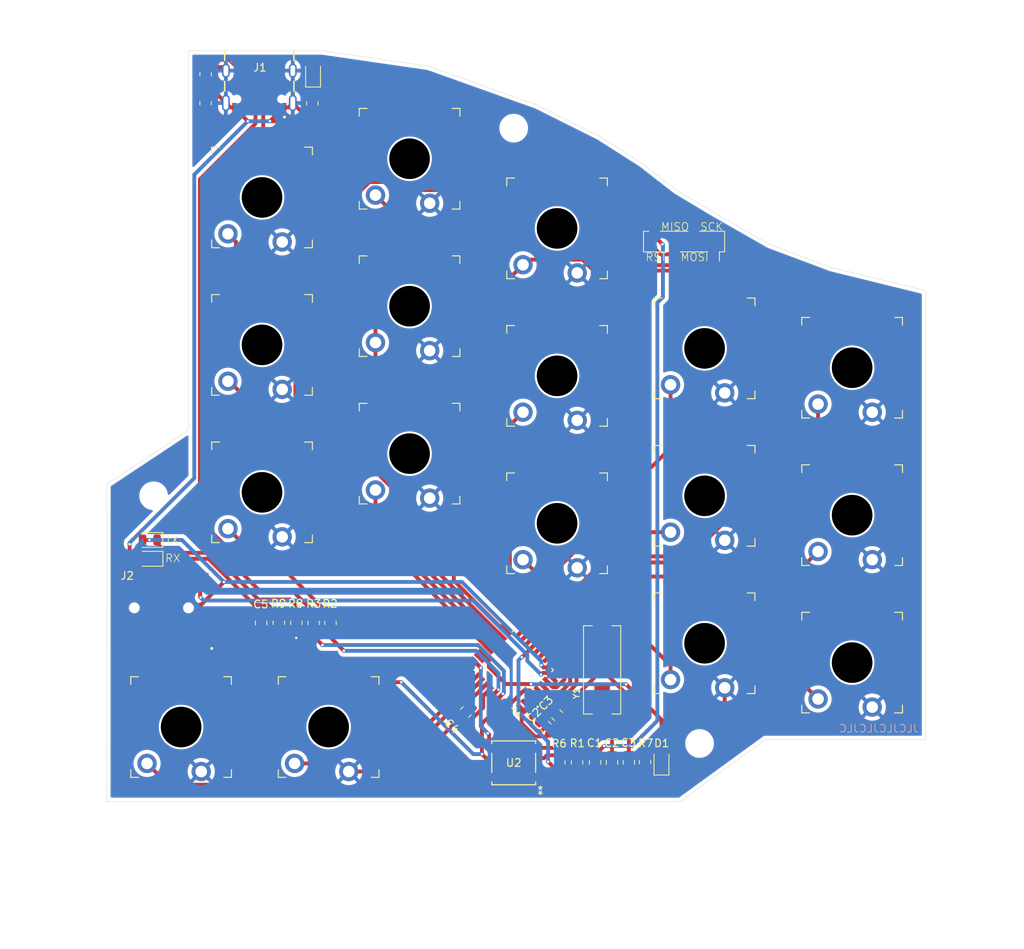
<source format=kicad_pcb>
(kicad_pcb (version 20240108) (generator "pcbnew") (generator_version "8.0")
  (layers (0 "F.Cu" signal) (31 "B.Cu" signal) (34 "B.Paste" user) (35 "F.Paste" user) (36 "B.SilkS" user "B.Silkscreen") (37 "F.SilkS" user "F.Silkscreen") (38 "B.Mask" user) (39 "F.Mask" user) (44 "Edge.Cuts" user))
  (net 0 "")
  (net 1 "GND")
  (net 2 "RST")
  (net 3 "Net-(U1-XTAL1)")
  (net 4 "Net-(U1-PC0{slash}XTAL2)")
  (net 5 "Net-(U1-UCAP)")
  (net 6 "VCC")
  (net 7 "Net-(D1-K)")
  (net 8 "TX")
  (net 9 "Net-(D2-K)")
  (net 10 "Net-(D3-K)")
  (net 11 "RX")
  (net 12 "Net-(D4-K)")
  (net 13 "Net-(J1-CC1)")
  (net 15 "K3")
  (net 16 "K2")
  (net 17 "K4")
  (net 18 "Net-(U1-D+)")
  (net 19 "Net-(U1-D-)")
  (net 20 "K1")
  (net 21 "K5")
  (net 22 "K6")
  (net 23 "K7")
  (net 24 "K8")
  (net 25 "K9")
  (net 26 "K10")
  (net 27 "K11")
  (net 28 "K12")
  (net 29 "K13")
  (net 30 "K14")
  (net 31 "K15")
  (net 32 "K16")
  (net 33 "K17")
  (net 34 "Net-(D1-A)")
  (net 36 "D+")
  (net 37 "D-")
  (net 38 "Net-(J1-CC2)")
  (footprint "LED_SMD:LED_0805_2012Metric" (layer "F.Cu") (at 113.08 140.8875 90)
    (property "Reference" "D1")
    (property "Value" "LED" (hide yes))
  )
  (footprint "Resistor_SMD:R_0805_2012Metric" (layer "F.Cu") (at 99.88 140.94 -90)
    (property "Reference" "R6")
    (property "Value" "10k" (hide yes))
  )
  (footprint "Mech_Keyboard:SW_Gateron_LowProfile_THT_New" (layer "F.Cu") (at 80.55 62.95)
    (property "Reference" "S4" (hide yes))
    (property "Value" "Keyswitch" (hide yes))
  )
  (footprint "Mech_Keyboard:SW_Gateron_LowProfile_THT_New" (layer "F.Cu") (at 99.6 71.95)
    (property "Reference" "S3" (hide yes))
    (property "Value" "Keyswitch" (hide yes))
  )
  (footprint "Resistor_SMD:R_0805_2012Metric" (layer "F.Cu") (at 68 55.81 90)
    (property "Reference" "R10" (hide yes))
    (property "Value" "220" (hide yes))
  )
  (footprint "Capacitor_SMD:C_0805_2012Metric" (layer "F.Cu") (at 106.69 140.95 90)
    (property "Reference" "C2")
    (property "Value" "20pf" (hide yes))
  )
  (footprint "Mech_Keyboard:SMT_FS" (layer "F.Cu") (at 94 141 180)
    (property "Reference" "U2")
    (property "Value" "PTS526 SK15 SMTR2 LFS" (hide yes))
  )
  (footprint "Capacitor_SMD:C_0805_2012Metric" (layer "F.Cu") (at 99.62 134.84 135)
    (property "Reference" "C3")
    (property "Value" "20pf" (hide yes))
  )
  (footprint "Mech_Keyboard:SW_Gateron_LowProfile_THT_New" (layer "F.Cu") (at 118.65 87.45)
    (property "Reference" "S2" (hide yes))
    (property "Value" "Keyswitch" (hide yes))
  )
  (footprint "Mech_Keyboard:GCT_USB4105-GF-A" (layer "F.Cu") (at 61.148967 51.565677 180)
    (property "Reference" "J1")
    (property "Value" "USB4105-GF-A" (hide yes))
  )
  (footprint "Capacitor_SMD:C_0805_2012Metric" (layer "F.Cu") (at 87.81 134.45 45)
    (property "Reference" "C4")
    (property "Value" "1uf" (hide yes))
  )
  (footprint "Mech_Keyboard:SW_Gateron_LowProfile_THT_New" (layer "F.Cu") (at 61.5 87)
    (property "Reference" "S10" (hide yes))
    (property "Value" "Keyswitch" (hide yes))
  )
  (footprint "Package_QFP:TQFP-32_7x7mm_P0.8mm" (layer "F.Cu") (at 94 129 135)
    (property "Reference" "U1" (hide yes))
    (property "Value" "ATmega32U2-A" (hide yes))
  )
  (footprint "Resistor_SMD:R_0805_2012Metric" (layer "F.Cu") (at 65.93 122.9025 90)
    (property "Reference" "R8")
    (property "Value" "220" (hide yes))
  )
  (footprint "Mech_Keyboard:SW_Gateron_LowProfile_THT_New" (layer "F.Cu") (at 61.5 106.05)
    (property "Reference" "S15" (hide yes))
    (property "Value" "Keyswitch" (hide yes))
  )
  (footprint "MountingHole:MountingHole_3.2mm_M3" (layer "F.Cu") (at 47.5 106.5)
    (property "Reference" "REF**" (hide yes))
    (property "Value" "MountingHole_3.2mm_M3" (hide yes))
  )
  (footprint "Capacitor_SMD:C_0805_2012Metric" (layer "F.Cu") (at 98.13 136.34 -45)
    (property "Reference" "C2")
    (property "Value" "20pf" (hide yes))
  )
  (footprint "Mech_Keyboard:SW_Gateron_LowProfile_THT_New" (layer "F.Cu") (at 70.1 136.375)
    (property "Reference" "S16" (hide yes))
    (property "Value" "Keyswitch" (hide yes))
  )
  (footprint "Mech_Keyboard:SW_Gateron_LowProfile_THT_New" (layer "F.Cu") (at 118.65 106.5)
    (property "Reference" "S7" (hide yes))
    (property "Value" "Keyswitch" (hide yes))
  )
  (footprint "Capacitor_SMD:C_0805_2012Metric" (layer "F.Cu") (at 61.39 122.93 -90)
    (property "Reference" "C5")
    (property "Value" "1uf" (hide yes))
  )
  (footprint "Mech_Keyboard:SW_Gateron_LowProfile_THT_New" (layer "F.Cu") (at 137.7 89.95)
    (property "Reference" "S1" (hide yes))
    (property "Value" "Keyswitch" (hide yes))
  )
  (footprint "Connector_PinSocket_2.54mm:PinSocket_1x04_P2.54mm_Vertical_SMD_Pin1Right" (layer "F.Cu") (at 116 73.65 -90)
    (property "Reference" "J3" (hide yes))
    (property "Value" "Conn_01x04_Pin" (hide yes))
  )
  (footprint "Resistor_SMD:R_0805_2012Metric" (layer "F.Cu") (at 70.34 122.9225 -90)
    (property "Reference" "R2")
    (property "Value" "22" (hide yes))
  )
  (footprint "Mech_Keyboard:SW_Gateron_LowProfile_THT_New" (layer "F.Cu") (at 61.5 67.95)
    (property "Reference" "S5" (hide yes))
    (property "Value" "Keyswitch" (hide yes))
  )
  (footprint "Mech_Keyboard:SW_Gateron_LowProfile_THT_New" (layer "F.Cu") (at 137.7 128.05)
    (property "Reference" "S11" (hide yes))
    (property "Value" "Keyswitch" (hide yes))
  )
  (footprint "Resistor_SMD:R_0805_2012Metric" (layer "F.Cu") (at 54.21 55.77 -90)
    (property "Reference" "R4" (hide yes))
    (property "Value" "5.1k" (hide yes))
  )
  (footprint "Resistor_SMD:R_0805_2012Metric" (layer "F.Cu") (at 63.67 122.91 90)
    (property "Reference" "R9")
    (property "Value" "220" (hide yes))
  )
  (footprint "Mech_Keyboard:SW_Gateron_LowProfile_THT_New" (layer "F.Cu") (at 80.55 82)
    (property "Reference" "S9" (hide yes))
    (property "Value" "Keyswitch" (hide yes))
  )
  (footprint "Mech_Keyboard:SW_Gateron_LowProfile_THT_New" (layer "F.Cu") (at 99.6 91)
    (property "Reference" "S8" (hide yes))
    (property "Value" "Keyswitch" (hide yes))
  )
  (footprint "Capacitor_SMD:C_0805_2012Metric" (layer "F.Cu") (at 104.51 140.94 -90)
    (property "Reference" "C1")
    (property "Value" "1uf" (hide yes))
  )
  (footprint "MountingHole:MountingHole_3.2mm_M3" (layer "F.Cu") (at 94 59)
    (property "Reference" "REF**" (hide yes))
    (property "Value" "MountingHole_3.2mm_M3" (hide yes))
  )
  (footprint "Resistor_SMD:R_0805_2012Metric" (layer "F.Cu") (at 68.16 122.9225 -90)
    (property "Reference" "R3")
    (property "Value" "22" (hide yes))
  )
  (footprint "Capacitor_SMD:C_0805_2012Metric" (layer "F.Cu") (at 108.87 140.93 -90)
    (property "Reference" "C3")
    (property "Value" "20pf" (hide yes))
  )
  (footprint "Mech_Keyboard:SW_Gateron_LowProfile_THT_New" (layer "F.Cu") (at 80.55 101.05)
    (property "Reference" "S14" (hide yes))
    (property "Value" "Keyswitch" (hide yes))
  )
  (footprint "Mech_Keyboard:SW_Gateron_LowProfile_THT_New" (layer "F.Cu") (at 137.7 109)
    (property "Reference" "S6" (hide yes))
    (property "Value" "Keyswitch" (hide yes))
  )
  (footprint "LED_SMD:LED_0805_2012Metric" (layer "F.Cu") (at 68.09 52 90)
    (property "Reference" "D4" (hide yes))
    (property "Value" "LED" (hide yes))
  )
  (footprint "Resistor_SMD:R_0805_2012Metric" (layer "F.Cu") (at 54.21 52.03 90)
    (property "Reference" "R5" (hide yes))
    (property "Value" "5.1k" (hide yes))
  )
  (footprint "Mech_Keyboard:SAMESKY_SJ2-3574A-SMT-TR" (layer "F.Cu") (at 48.502018 120.973578 -90)
    (property "Reference" "J2")
    (property "Value" "SJ2-3574A-SMT-TR" (hide yes))
  )
  (footprint "Mech_Keyboard:SW_Gateron_LowProfile_THT_New" (layer "F.Cu") (at 118.65 125.55)
    (property "Reference" "S12" (hide yes))
    (property "Value" "Keyswitch" (hide yes))
  )
  (footprint "Mech_Keyboard:SW_Gateron_LowProfile_THT_New" (layer "F.Cu") (at 99.6 110.05)
    (property "Reference" "S13" (hide yes))
    (property "Value" "Keyswitch" (hide yes))
  )
  (footprint "Mech_Keyboard:SW_Gateron_LowProfile_THT_New" (layer "F.Cu") (at 51.05 136.375)
    (property "Reference" "S17" (hide yes))
    (property "Value" "Keyswitch" (hide yes))
  )
  (footprint "MountingHole:MountingHole_3.2mm_M3" (layer "F.Cu") (at 118 138.5)
    (property "Reference" "REF**" (hide yes))
    (property "Value" "MountingHole_3.2mm_M3" (hide yes))
  )
  (footprint "Resistor_SMD:R_0805_2012Metric" (layer "F.Cu") (at 102.18 140.95 90)
    (property "Reference" "R1")
    (property "Value" "10k" (hide yes))
  )
  (footprint "Mech_Keyboard:XTAL_ECS-160-20-5PX-TR" (layer "F.Cu") (at 105.42 128.99 90)
    (property "Reference" "Y1")
    (property "Value" "16MHz" (hide yes))
  )
  (footprint "Resistor_SMD:R_0805_2012Metric" (layer "F.Cu") (at 110.96 140.9025 90)
    (property "Reference" "R7")
    (property "Value" "220" (hide yes))
  )
  (footprint "LED_SMD:LED_0805_2012Metric" (layer "F.Cu") (at 47.01 112.2 180)
    (property "Reference" "D2" (hide yes))
    (property "Value" "LED" (hide yes))
  )
  (footprint "LED_SMD:LED_0805_2012Metric" (layer "F.Cu") (at 47.01 114.64 180)
    (property "Reference" "D3" (hide yes))
    (property "Value" "LED" (hide yes))
  )
  (gr_poly (pts (xy 126.5 138) (xy 147.2 138) (xy 147.2 109) (xy 147.2 80) (xy 141.1 78.5) (xy 135 77) (xy 127 74) (xy 120 70) (xy 115 67) (xy 110.5 63.5) (xy 105 60) (xy 97 56) (xy 83 51) (xy 69.22 49) (xy 52 49) (xy 52 98) (xy 41.45 105) (xy 41.438296 146) (xy 115.5 146)) (stroke (width 0.05)) (fill none) (layer "Edge.Cuts"))
  (gr_text "JLCJLCJLCJLC" (at 146.368247 137.143795 0) (layer "B.SilkS") (effects (font (size 1 1) (thickness 0.1)) (justify left bottom mirror)))
  (gr_text "RST" (at 110.97 76.25 0) (layer "F.SilkS") (effects (font (size 1 1) (thickness 0.1)) (justify left bottom)))
  (gr_text "SCK" (at 118.03 72.32 0) (layer "F.SilkS") (effects (font (size 1 1) (thickness 0.1)) (justify left bottom)))
  (gr_text "MISO" (at 112.95 72.32 0) (layer "F.SilkS") (effects (font (size 1 1) (thickness 0.1)) (justify left bottom)))
  (gr_text "MOSI" (at 115.49 76.25 0) (layer "F.SilkS") (effects (font (size 1 1) (thickness 0.1)) (justify left bottom)))
  (gr_text "TX" (at 48.95 112.79 0) (layer "F.SilkS") (effects (font (size 1 1) (thickness 0.1)) (justify left bottom)))
  (gr_text "RX" (at 48.94 115.15 0) (layer "F.SilkS") (effects (font (size 1 1) (thickness 0.1)) (justify left bottom)))
  (segment (start 90.711953 131.722361) (end 90.711953 131.698047) (width 0.5) (layer "F.Cu") (net 1))
  (segment (start 57.948967 56.320677) (end 57.403967 56.320677) (width 0.5) (layer "F.Cu") (net 1))
  (segment (start 98.55 133.77) (end 98.948249 134.168249) (width 0.5) (layer "F.Cu") (net 1))
  (segment (start 65.945 123.815) (end 66.18 124.05) (width 0.5) (layer "F.Cu") (net 1))
  (segment (start 97.08 135.29) (end 97.458249 135.668249) (width 0.5) (layer "F.Cu") (net 1))
  (segment (start 54.21 54.8575) (end 55.94079 54.8575) (width 0.5) (layer "F.Cu") (net 1))
  (segment (start 65.468967 51.565677) (end 65.468967 55.745677) (width 0.5) (layer "F.Cu") (net 1))
  (segment (start 87.138249 135.121751) (end 80.135 142.125) (width 0.5) (layer "F.Cu") (net 1))
  (segment (start 96.163732 132.853732) (end 97.08 133.77) (width 0.5) (layer "F.Cu") (net 1))
  (segment (start 65.9225 123.8225) (end 65.93 123.815) (width 0.5) (layer "F.Cu") (net 1))
  (segment (start 80.135 142.125) (end 72.7 142.125) (width 0.5) (layer "F.Cu") (net 1))
  (segment (start 110.885 141.89) (end 110.96 141.815) (width 0.5) (layer "F.Cu") (net 1))
  (segment (start 97.18135 142.8542) (end 103.5458 142.8542) (width 0.5) (layer "F.Cu") (net 1))
  (segment (start 87.138249 135.121751) (end 88.799951 135.121751) (width 0.5) (layer "F.Cu") (net 1))
  (segment (start 57.403967 56.320677) (end 56.828967 55.745677) (width 0.5) (layer "F.Cu") (net 1))
  (segment (start 117.3375 142.7625) (end 121.25 138.85) (width 0.5) (layer "F.Cu") (net 1))
  (segment (start 97.08 133.77) (end 98.55 133.77) (width 0.5) (layer "F.Cu") (net 1))
  (segment (start 55.94079 54.8575) (end 56.828967 55.745677) (width 0.5) (layer "F.Cu") (net 1))
  (segment (start 63.6125 123.88) (end 63.67 123.8225) (width 0.5) (layer "F.Cu") (net 1))
  (segment (start 63.67 123.8225) (end 63.2325 123.8225) (width 0.5) (layer "F.Cu") (net 1))
  (segment (start 54.21 51.1175) (end 56.38079 51.1175) (width 0.5) (layer "F.Cu") (net 1))
  (segment (start 98.665799 134.450699) (end 98.948249 134.168249) (width 0.5) (layer "F.Cu") (net 1))
  (segment (start 66.44579 56.7225) (end 65.468967 55.745677) (width 0.5) (layer "F.Cu") (net 1))
  (segment (start 68 56.7225) (end 66.44579 56.7225) (width 0.5) (layer "F.Cu") (net 1))
  (segment (start 104.68 141.8625) (end 104.215 141.8625) (width 0.5) (layer "F.Cu") (net 1))
  (segment (start 65.93 123.815) (end 65.945 123.815) (width 0.5) (layer "F.Cu") (net 1))
  (segment (start 65.93 124.84) (end 65.91 124.86) (width 0.5) (layer "F.Cu") (net 1))
  (segment (start 63.2325 123.8225) (end 61.39 121.98) (width 0.5) (layer "F.Cu") (net 1))
  (segment (start 90.067499 132.366815) (end 90.711953 131.722361) (width 0.5) (layer "F.Cu") (net 1))
  (segment (start 96.156676 132.853732) (end 96.163732 132.853732) (width 0.5) (layer "F.Cu") (net 1))
  (segment (start 46.502018 117.423578) (end 49.03422 119.95578) (width 0.5) (layer "F.Cu") (net 1))
  (segment (start 65.93 123.815) (end 65.9175 123.8025) (width 0.5) (layer "F.Cu") (net 1))
  (segment (start 103.5458 142.8542) (end 104.51 141.89) (width 0.5) (layer "F.Cu") (net 1))
  (segment (start 64.348967 56.320677) (end 64.893967 56.320677) (width 0.5) (layer "F.Cu") (net 1))
  (segment (start 56.38079 51.1175) (end 56.828967 51.565677) (width 0.5) (layer "F.Cu") (net 1))
  (segment (start 104.51 141.89) (end 110.885 141.89) (width 0.5) (layer "F.Cu") (net 1))
  (segment (start 90.067499 133.854203) (end 90.067499 132.366815) (width 0.5) (layer "F.Cu") (net 1))
  (segment (start 51.05844 121.98) (end 49.03422 119.95578) (width 0.5) (layer "F.Cu") (net 1))
  (segment (start 121.25 138.85) (end 121.25 131.3) (width 0.5) (layer "F.Cu") (net 1))
  (segment (start 88.799951 135.121751) (end 90.067499 133.854203) (width 0.5) (layer "F.Cu") (net 1))
  (segment (start 65.93 123.815) (end 65.93 124.84) (width 0.5) (layer "F.Cu") (net 1))
  (segment (start 97.08 133.77) (end 97.08 135.29) (width 0.5) (layer "F.Cu") (net 1))
  (segment (start 61.39 121.98) (end 51.05844 121.98) (width 0.5) (layer "F.Cu") (net 1))
  (segment (start 64.893967 56.320677) (end 65.468967 55.745677) (width 0.5) (layer "F.Cu") (net 1))
  (segment (start 110.96 141.815) (end 111.9075 142.7625) (width 0.5) (layer "F.Cu") (net 1))
  (segment (start 63.67 123.8225) (end 65.9225 123.8225) (width 0.5) (layer "F.Cu") (net 1))
  (segment (start 90.81865 142.8542) (end 97.18135 142.8542) (width 0.5) (layer "F.Cu") (net 1))
  (segment (start 111.9075 142.7625) (end 117.3375 142.7625) (width 0.5) (layer "F.Cu") (net 1))
  (via (at 97.08 133.77) (size 0.5) (drill 0.3) (layers "F.Cu" "B.Cu") (net 1))
  (via (at 65.91 124.86) (size 0.5) (drill 0.3) (layers "F.Cu" "B.Cu") (net 1))
  (segment (start 90.81865 139.1458) (end 97.18135 139.1458) (width 0.5) (layer "F.Cu") (net 2))
  (segment (start 102.18 140.0375) (end 104.4625 140.0375) (width 0.5) (layer "F.Cu") (net 2))
  (segment (start 89.014897 127.974695) (end 89.014897 127.994897) (width 0.5) (layer "F.Cu") (net 2))
  (segment (start 104.7275 139.99) (end 104.68 140.0375) (width 0.5) (layer "F.Cu") (net 2))
  (segment (start 105.68 138.82) (end 104.51 139.99) (width 0.5) (layer "F.Cu") (net 2))
  (segment (start 90.81865 137.33865) (end 90.66 137.18) (width 0.5) (layer "F.Cu") (net 2))
  (segment (start 104.4625 140.0375) (end 104.51 139.99) (width 0.5) (layer "F.Cu") (net 2))
  (segment (start 97.26215 139.065) (end 101.2075 139.065) (width 0.5) (layer "F.Cu") (net 2))
  (segment (start 89.75 128.73) (end 89.78 128.76) (width 0.5) (layer "F.Cu") (net 2))
  (segment (start 89.014897 127.994897) (end 89.75 128.73) (width 0.5) (layer "F.Cu") (net 2))
  (segment (start 112.19 72.98) (end 113.2 73.99) (width 0.5) (layer "F.Cu") (net 2))
  (segment (start 90.81865 139.1458) (end 90.81865 137.33865) (width 0.5) (layer "F.Cu") (net 2))
  (segment (start 97.18135 139.1458) (end 97.26215 139.065) (width 0.5) (layer "F.Cu") (net 2))
  (segment (start 112.19 72) (end 112.19 72.98) (width 0.5) (layer "F.Cu") (net 2))
  (segment (start 101.2075 139.065) (end 102.18 140.0375) (width 0.5) (layer "F.Cu") (net 2))
  (via (at 90.66 137.18) (size 0.5) (drill 0.3) (layers "F.Cu" "B.Cu") (net 2))
  (via (at 113.2 73.99) (size 0.5) (drill 0.3) (layers "F.Cu" "B.Cu") (net 2))
  (via (at 89.75 128.73) (size 0.5) (drill 0.3) (layers "F.Cu" "B.Cu") (net 2))
  (via (at 105.68 138.82) (size 0.5) (drill 0.3) (layers "F.Cu" "B.Cu") (net 2))
  (segment (start 89.75 128.73) (end 89.75 136.27) (width 0.5) (layer "B.Cu") (net 2))
  (segment (start 105.68 138.82) (end 109.29 138.82) (width 0.5) (layer "B.Cu") (net 2))
  (segment (start 113.27 80.82) (end 113.27 74.06) (width 0.5) (layer "B.Cu") (net 2))
  (segment (start 112.55 81.54) (end 113.27 80.82) (width 0.5) (layer "B.Cu") (net 2))
  (segment (start 113.27 74.06) (end 113.2 73.99) (width 0.5) (layer "B.Cu") (net 2))
  (segment (start 109.29 138.82) (end 112.55 135.56) (width 0.5) (layer "B.Cu") (net 2))
  (segment (start 89.75 136.27) (end 90.66 137.18) (width 0.5) (layer "B.Cu") (net 2))
  (segment (start 112.55 135.56) (end 112.55 81.54) (width 0.5) (layer "B.Cu") (net 2))
  (segment (start 98.801751 137.011751) (end 98.801751 137.001751) (width 0.5) (layer "F.Cu") (net 3))
  (segment (start 95.025305 133.985103) (end 95.025305 135.886957) (width 0.5) (layer "F.Cu") (net 3))
  (segment (start 105.66 133.74) (end 105.42 133.74) (width 0.5) (layer "F.Cu") (net 3))
  (segment (start 106.69 135.01) (end 105.42 133.74) (width 0.5) (layer "F.Cu") (net 3))
  (segment (start 106.69 140) (end 106.69 135.01) (width 0.5) (layer "F.Cu") (net 3))
  (segment (start 102.148249 137.011751) (end 105.42 133.74) (width 0.5) (layer "F.Cu") (net 3))
  (segment (start 105.42 136.23) (end 105.42 133.74) (width 0.5) (layer "F.Cu") (net 3))
  (segment (start 95.025305 135.886957) (end 96.724147 137.585799) (width 0.5) (layer "F.Cu") (net 3))
  (segment (start 96.724147 137.585799) (end 98.227703 137.585799) (width 0.5) (layer "F.Cu") (net 3))
  (segment (start 98.227703 137.585799) (end 98.801751 137.011751) (width 0.5) (layer "F.Cu") (net 3))
  (segment (start 98.801751 137.011751) (end 102.148249 137.011751) (width 0.5) (layer "F.Cu") (net 3))
  (segment (start 105.42 128.4999) (end 105.42 127.64) (width 0.5) (layer "F.Cu") (net 4))
  (segment (start 105.42 124.24) (end 105.42 127.64) (width 0.5) (layer "F.Cu") (net 4))
  (segment (start 100.291751 135.511751) (end 98.958251 135.511751) (width 0.5) (layer "F.Cu") (net 4))
  (segment (start 97.014097 136.885799) (end 97.584199 136.885799) (width 0.5) (layer "F.Cu") (net 4))
  (segment (start 96.235445 136.107147) (end 97.014097 136.885799) (width 0.5) (layer "F.Cu") (net 4))
  (segment (start 96.235445 134.063872) (end 96.235445 136.107147) (width 0.5) (layer "F.Cu") (net 4))
  (segment (start 108.72 132.29) (end 105.42 128.99) (width 0.5) (layer "F.Cu") (net 4))
  (segment (start 105.42 127.64) (end 105.42 128.85) (width 0.5) (layer "F.Cu") (net 4))
  (segment (start 100.291751 134.118249) (end 105.42 128.99) (width 0.5) (layer "F.Cu") (net 4))
  (segment (start 108.87 139.98) (end 108.87 132.44) (width 0.5) (layer "F.Cu") (net 4))
  (segment (start 105.42 128.99) (end 105.42 124.24) (width 0.5) (layer "F.Cu") (net 4))
  (segment (start 100.291751 135.511751) (end 100.291751 134.118249) (width 0.5) (layer "F.Cu") (net 4))
  (segment (start 95.59099 133.419417) (end 96.235445 134.063872) (width 0.5) (layer "F.Cu") (net 4))
  (segment (start 97.584199 136.885799) (end 98.424999 136.044999) (width 0.5) (layer "F.Cu") (net 4))
  (segment (start 98.958251 135.511751) (end 98.425001 136.045001) (width 0.5) (layer "F.Cu") (net 4))
  (segment (start 108.87 132.44) (end 108.72 132.29) (width 0.5) (layer "F.Cu") (net 4))
  (segment (start 88.481751 133.778249) (end 88.481751 132.821193) (width 0.5) (layer "F.Cu") (net 5))
  (segment (start 88.481751 132.821193) (end 90.146268 131.156676) (width 0.5) (layer "F.Cu") (net 5))
  (segment (start 92.40901 133.419417) (end 92.40901 133.419418) (width 0.5) (layer "F.Cu") (net 6))
  (segment (start 99.88 140.0275) (end 98.27255 140.0275) (width 0.5) (layer "F.Cu") (net 6))
  (segment (start 44.4 118.47156) (end 50.352018 124.423578) (width 0.5) (layer "F.Cu") (net 6))
  (segment (start 55.002018 124.423578) (end 60.846422 124.423578) (width 0.5) (layer "F.Cu") (net 6))
  (segment (start 97.90005 140.4) (end 90.4172 140.4) (width 0.5) (layer "F.Cu") (net 6))
  (segment (start 63.548967 57.071033) (end 63.548967 56.320677) (width 0.5) (layer "F.Cu") (net 6))
  (segment (start 102.18 141.8625) (end 101.715 141.8625) (width 0.5) (layer "F.Cu") (net 6))
  (segment (start 62.52 58.1) (end 68.331878 58.1) (width 0.5) (layer "F.Cu") (net 6))
  (segment (start 60.846422 124.423578) (end 61.39 123.88) (width 0.5) (layer "F.Cu") (net 6))
  (segment (start 96.722361 132.288047) (end 96.077906 131.643592) (width 0.5) (layer "F.Cu") (net 6))
  (segment (start 50.352018 124.423578) (end 55.002018 124.423578) (width 0.5) (layer "F.Cu") (net 6))
  (segment (start 92.40901 133.419418) (end 92.974695 133.985103) (width 0.5) (layer "F.Cu") (net 6))
  (segment (start 69.24 52.2125) (end 68.09 51.0625) (width 0.5) (layer "F.Cu") (net 6))
  (segment (start 63.548967 56.320677) (end 63.363967 56.135677) (width 0.2) (layer "F.Cu") (net 6))
  (segment (start 58.748967 57.188967) (end 59.66 58.1) (width 0.5) (layer "F.Cu") (net 6))
  (segment (start 69.24 57.191878) (end 69.24 52.2125) (width 0.5) (layer "F.Cu") (net 6))
  (segment (start 58.748967 56.320677) (end 58.748967 57.188967) (width 0.5) (layer "F.Cu") (net 6))
  (segment (start 61.15844 130.58) (end 79.49 130.58) (width 0.5) (layer "F.Cu") (net 6))
  (segment (start 44.4 112.75) (end 44.4 118.47156) (width 0.5) (layer "F.Cu") (net 6))
  (segment (start 55.002018 124.423578) (end 61.15844 130.58) (width 0.5) (layer "F.Cu") (net 6))
  (segment (start 89.8924 135.936027) (end 92.40901 133.419417) (width 0.5) (layer "F.Cu") (net 6))
  (segment (start 101.9775 141.8525) (end 102.38 141.8525) (width 0.5) (layer "F.Cu") (net 6))
  (segment (start 62.52 58.1) (end 63.548967 57.071033) (width 0.5) (layer "F.Cu") (net 6))
  (segment (start 98.27255 140.0275) (end 97.90005 140.4) (width 0.5) (layer "F.Cu") (net 6))
  (segment (start 95.316206 131.643592) (end 92.974695 133.985103) (width 0.5) (layer "F.Cu") (net 6))
  (segment (start 68.331878 58.1) (end 69.24 57.191878) (width 0.5) (layer "F.Cu") (net 6))
  (segment (start 96.077906 131.643592) (end 95.316206 131.643592) (width 0.5) (layer "F.Cu") (net 6))
  (segment (start 90.4172 140.4) (end 89.8924 139.8752) (width 0.5) (layer "F.Cu") (net 6))
  (segment (start 101.715 141.8625) (end 99.88 140.0275) (width 0.5) (layer "F.Cu") (net 6))
  (segment (start 89.8924 139.8752) (end 89.8924 135.936027) (width 0.5) (layer "F.Cu") (net 6))
  (via (at 79.49 130.58) (size 0.5) (drill 0.3) (layers "F.Cu" "B.Cu") (net 6))
  (via (at 44.4 112.75) (size 0.5) (drill 0.3) (layers "F.Cu" "B.Cu") (net 6))
  (via (at 89.8924 139.8752) (size 0.5) (drill 0.3) (layers "F.Cu" "B.Cu") (net 6))
  (via (at 59.66 58.1) (size 0.5) (drill 0.3) (layers "F.Cu" "B.Cu") (net 6))
  (via (at 62.52 58.1) (size 0.5) (drill 0.3) (layers "F.Cu" "B.Cu") (net 6))
  (segment (start 44.4 112.75) (end 44.4 112.569848) (width 0.5) (layer "B.Cu") (net 6))
  (segment (start 88.7852 139.8752) (end 79.49 130.58) (width 0.5) (layer "B.Cu") (net 6))
  (segment (start 59.66 58.1) (end 62.52 58.1) (width 0.5) (layer "B.Cu") (net 6))
  (segment (start 89.8924 139.8752) (end 88.7852 139.8752) (width 0.5) (layer "B.Cu") (net 6))
  (segment (start 52.75 104.219848) (end 52.75 65.01) (width 0.5) (layer "B.Cu") (net 6))
  (segment (start 44.4 112.569848) (end 52.75 104.219848) (width 0.5) (layer "B.Cu") (net 6))
  (segment (start 52.75 65.01) (end 59.66 58.1) (width 0.5) (layer "B.Cu") (net 6))
  (segment (start 112.795 141.825) (end 110.96 139.99) (width 0.5) (layer "F.Cu") (net 7))
  (segment (start 113.385 141.89) (end 113.46 141.815) (width 0.5) (layer "F.Cu") (net 7))
  (segment (start 113.08 141.825) (end 112.795 141.825) (width 0.5) (layer "F.Cu") (net 7))
  (segment (start 53.629925 120.580075) (end 52.952018 120.580075) (width 0.5) (layer "F.Cu") (net 8))
  (segment (start 49.795521 117.423578) (end 49.502018 117.423578) (width 0.5) (layer "F.Cu") (net 8))
  (segment (start 46.96 112.21) (end 46.0825 112.21) (width 0.5) (layer "F.Cu") (net 8))
  (segment (start 46.0825 112.21) (end 46.0725 112.2) (width 0.5) (layer "F.Cu") (net 8))
  (segment (start 98.985103 127.974695) (end 98.278948 128.68085) (width 0.5) (layer "F.Cu") (net 8))
  (segment (start 56.58 117.63) (end 53.629925 120.580075) (width 0.5) (layer "F.Cu") (net 8))
  (segment (start 97.87085 128.68085) (end 97.58 128.39) (width 0.5) (layer "F.Cu") (net 8))
  (segment (start 52.952018 120.580075) (end 49.795521 117.423578) (width 0.5) (layer "F.Cu") (net 8))
  (segment (start 98.278948 128.68085) (end 97.87085 128.68085) (width 0.5) (layer "F.Cu") (net 8))
  (via (at 56.58 117.63) (size 0.5) (drill 0.3) (layers "F.Cu" "B.Cu") (net 8))
  (via (at 97.58 128.39) (size 0.5) (drill 0.3) (layers "F.Cu" "B.Cu") (net 8))
  (via (at 46.96 112.21) (size 0.5) (drill 0.3) (layers "F.Cu" "B.Cu") (net 8))
  (segment (start 56.58 117.63) (end 87.309602 117.63) (width 0.5) (layer "B.Cu") (net 8))
  (segment (start 56.58 117.63) (end 51.16 112.21) (width 0.5) (layer "B.Cu") (net 8))
  (segment (start 87.309602 117.63) (end 97.58 127.900398) (width 0.5) (layer "B.Cu") (net 8))
  (segment (start 97.58 127.900398) (end 97.58 128.39) (width 0.5) (layer "B.Cu") (net 8))
  (segment (start 51.16 112.21) (end 46.96 112.21) (width 0.5) (layer "B.Cu") (net 8))
  (segment (start 65.93 121.99) (end 65.93 120.74) (width 0.5) (layer "F.Cu") (net 9))
  (segment (start 55.01 113.87) (end 49.17 113.87) (width 0.5) (layer "F.Cu") (net 9))
  (segment (start 65.93 120.74) (end 65.08 119.89) (width 0.5) (layer "F.Cu") (net 9))
  (segment (start 65.08 119.89) (end 61.03 119.89) (width 0.5) (layer "F.Cu") (net 9))
  (segment (start 49.17 113.87) (end 47.9475 112.6475) (width 0.5) (layer "F.Cu") (net 9))
  (segment (start 65.93 121.99) (end 65.381878 121.99) (width 0.5) (layer "F.Cu") (net 9))
  (segment (start 61.03 119.89) (end 55.01 113.87) (width 0.5) (layer "F.Cu") (net 9))
  (segment (start 47.9475 112.6475) (end 47.9475 112.2) (width 0.5) (layer "F.Cu") (net 9))
  (segment (start 47.9475 114.64) (end 54.57995 114.64) (width 0.5) (layer "F.Cu") (net 10))
  (segment (start 60.5 120.59) (end 62.2625 120.59) (width 0.5) (layer "F.Cu") (net 10))
  (segment (start 57.28 117.34005) (end 57.28 117.37) (width 0.5) (layer "F.Cu") (net 10))
  (segment (start 54.57995 114.64) (end 57.28 117.34005) (width 0.5) (layer "F.Cu") (net 10))
  (segment (start 62.2625 120.59) (end 63.67 121.9975) (width 0.5) (layer "F.Cu") (net 10))
  (segment (start 57.28 117.37) (end 60.5 120.59) (width 0.5) (layer "F.Cu") (net 10))
  (segment (start 53.502018 117.623578) (end 53.502018 119.562018) (width 0.5) (layer "F.Cu") (net 11))
  (segment (start 53.50844 117.63) (end 53.502018 117.623578) (width 0.5) (layer "F.Cu") (net 11))
  (segment (start 98.340648 129.38085) (end 97.76915 129.38085) (width 0.5) (layer "F.Cu") (net 11))
  (segment (start 53.502018 117.623578) (end 51.702018 115.823578) (width 0.5) (layer "F.Cu") (net 11))
  (segment (start 51.702018 115.823578) (end 47.256078 115.823578) (width 0.5) (layer "F.Cu") (net 11))
  (segment (start 98.985103 130.025305) (end 98.340648 129.38085) (width 0.5) (layer "F.Cu") (net 11))
  (segment (start 97.76915 129.38085) (end 97.54 129.61) (width 0.5) (layer "F.Cu") (net 11))
  (segment (start 47.256078 115.823578) (end 46.0725 114.64) (width 0.5) (layer "F.Cu") (net 11))
  (segment (start 53.502018 119.562018) (end 53.58 119.64) (width 0.5) (layer "F.Cu") (net 11))
  (via (at 53.58 119.64) (size 0.5) (drill 0.3) (layers "F.Cu" "B.Cu") (net 11))
  (via (at 97.54 129.61) (size 0.5) (drill 0.3) (layers "F.Cu" "B.Cu") (net 11))
  (segment (start 95.749702 127.06005) (end 95.749702 127.819702) (width 0.5) (layer "B.Cu") (net 11))
  (segment (start 53.963578 120.023578) (end 88.71323 120.023578) (width 0.5) (layer "B.Cu") (net 11))
  (segment (start 53.58 119.64) (end 53.963578 120.023578) (width 0.5) (layer "B.Cu") (net 11))
  (segment (start 95.749702 127.819702) (end 97.54 129.61) (width 0.5) (layer "B.Cu") (net 11))
  (segment (start 88.71323 120.023578) (end 95.749702 127.06005) (width 0.5) (layer "B.Cu") (net 11))
  (segment (start 68.09 52.9375) (end 68.09 54.8075) (width 0.5) (layer "F.Cu") (net 12))
  (segment (start 68.09 54.8075) (end 68 54.8975) (width 0.5) (layer "F.Cu") (net 12))
  (segment (start 62.398967 55.495677) (end 62.398967 56.320677) (width 0.2) (layer "F.Cu") (net 13))
  (segment (start 53.525256 50.305) (end 57.20829 50.305) (width 0.2) (layer "F.Cu") (net 13))
  (segment (start 54.21 56.6825) (end 53.21 55.6825) (width 0.2) (layer "F.Cu") (net 13))
  (segment (start 57.20829 50.305) (end 62.398967 55.495677) (width 0.2) (layer "F.Cu") (net 13))
  (segment (start 53.21 50.620256) (end 53.525256 50.305) (width 0.2) (layer "F.Cu") (net 13))
  (segment (start 53.21 55.6825) (end 53.21 50.620256) (width 0.2) (layer "F.Cu") (net 13))
  (segment (start 89.85 116.63005) (end 96.288478 123.068528) (width 0.5) (layer "F.Cu") (net 15))
  (segment (start 104.304164 77.4) (end 102.894164 75.99) (width 0.5) (layer "F.Cu") (net 15))
  (segment (start 95.2 76.65) (end 89.85 82) (width 0.5) (layer "F.Cu") (net 15))
  (segment (start 96.288478 123.068528) (end 96.288478 123.883095) (width 0.5) (layer "F.Cu") (net 15))
  (segment (start 119.81 75.3) (end 117.71 77.4) (width 0.5) (layer "F.Cu") (net 15))
  (segment (start 89.85 82) (end 89.85 116.63005) (width 0.5) (layer "F.Cu") (net 15))
  (segment (start 117.71 77.4) (end 104.304164 77.4) (width 0.5) (layer "F.Cu") (net 15))
  (segment (start 96.288478 123.883095) (end 95.59099 124.580583) (width 0.5) (layer "F.Cu") (net 15))
  (segment (start 102.894164 75.99) (end 95.86 75.99) (width 0.5) (layer "F.Cu") (net 15))
  (segment (start 95.86 75.99) (end 95.2 76.65) (width 0.5) (layer "F.Cu") (net 15))
  (segment (start 114.25 92.15) (end 114.25 100.32) (width 0.5) (layer "F.Cu") (net 16))
  (segment (start 98.388478 116.181522) (end 98.388478 125.177208) (width 0.5) (layer "F.Cu") (net 16))
  (segment (start 114.25 100.32) (end 98.388478 116.181522) (width 0.5) (layer "F.Cu") (net 16))
  (segment (start 98.388478 125.177208) (end 97.288047 126.277639) (width 0.5) (layer "F.Cu") (net 16))
  (segment (start 117.27 75.11) (end 115.68 76.7) (width 0.5) (layer "F.Cu") (net 17))
  (segment (start 88.13 79.63) (end 88.13 115.9) (width 0.5) (layer "F.Cu") (net 17))
  (segment (start 88.13 78.92) (end 88.13 79.63) (width 0.5) (layer "F.Cu") (net 17))
  (segment (start 100.889417 68.82) (end 98.23 68.82) (width 0.5) (layer "F.Cu") (net 17))
  (segment (start 108.769417 76.7) (end 100.889417 68.82) (width 0.5) (layer "F.Cu") (net 17))
  (segment (start 115.68 76.7) (end 108.769417 76.7) (width 0.5) (layer "F.Cu") (net 17))
  (segment (start 88.13 115.9) (end 95.025305 122.795305) (width 0.5) (layer "F.Cu") (net 17))
  (segment (start 98.23 68.82) (end 88.13 78.92) (width 0.5) (layer "F.Cu") (net 17))
  (segment (start 117.27 72) (end 117.27 75.11) (width 0.5) (layer "F.Cu") (net 17))
  (segment (start 95.025305 122.795305) (end 95.025305 124.014897) (width 0.5) (layer "F.Cu") (net 17))
  (segment (start 76.15 67.65) (end 88.13 79.63) (width 0.5) (layer "F.Cu") (net 17))
  (segment (start 70.34 124.8) (end 72.07 126.53) (width 0.5) (layer "F.Cu") (net 18))
  (segment (start 91.277639 132.288047) (end 91.93 131.635686) (width 0.5) (layer "F.Cu") (net 18))
  (segment (start 91.93 131.635686) (end 91.93 131.63) (width 0.5) (layer "F.Cu") (net 18))
  (segment (start 91.93 131.63) (end 92.03 131.53) (width 0.5) (layer "F.Cu") (net 18))
  (segment (start 70.34 123.835) (end 70.34 124.8) (width 0.5) (layer "F.Cu") (net 18))
  (via (at 72.07 126.53) (size 0.5) (drill 0.3) (layers "F.Cu" "B.Cu") (net 18))
  (via (at 92.03 131.53) (size 0.5) (drill 0.3) (layers "F.Cu" "B.Cu") (net 18))
  (segment (start 92.03 131.53) (end 92.03 129.41) (width 0.5) (layer "B.Cu") (net 18))
  (segment (start 89.15 126.53) (end 72.07 126.53) (width 0.5) (layer "B.Cu") (net 18))
  (segment (start 92.03 129.41) (end 89.15 126.53) (width 0.5) (layer "B.Cu") (net 18))
  (segment (start 68.16 123.835) (end 68.16 124.64) (width 0.5) (layer "F.Cu") (net 19))
  (segment (start 68.16 124.64) (end 69.3 125.78) (width 0.5) (layer "F.Cu") (net 19))
  (segment (start 91.843324 132.853732) (end 91.843324 132.826676) (width 0.5) (layer "F.Cu") (net 19))
  (segment (start 91.843324 132.826676) (end 92.6 132.07) (width 0.5) (layer "F.Cu") (net 19))
  (via (at 69.3 125.78) (size 0.5) (drill 0.3) (layers "F.Cu" "B.Cu") (net 19))
  (via (at 92.6 132.07) (size 0.5) (drill 0.3) (layers "F.Cu" "B.Cu") (net 19))
  (segment (start 92.73 131.94) (end 92.6 132.07) (width 0.5) (layer "B.Cu") (net 19))
  (segment (start 92.73 129.12005) (end 92.73 131.94) (width 0.5) (layer "B.Cu") (net 19))
  (segment (start 89.38995 125.78) (end 92.73 129.12005) (width 0.5) (layer "B.Cu") (net 19))
  (segment (start 69.3 125.78) (end 89.38995 125.78) (width 0.5) (layer "B.Cu") (net 19))
  (segment (start 133.3 94.65) (end 133.3 97.795836) (width 0.5) (layer "F.Cu") (net 20))
  (segment (start 133.3 97.795836) (end 116.765836 114.33) (width 0.5) (layer "F.Cu") (net 20))
  (segment (start 106.21 114.33) (end 99.788478 120.751522) (width 0.5) (layer "F.Cu") (net 20))
  (segment (start 99.788478 126.039949) (end 98.419417 127.40901) (width 0.5) (layer "F.Cu") (net 20))
  (segment (start 99.788478 120.751522) (end 99.788478 126.039949) (width 0.5) (layer "F.Cu") (net 20))
  (segment (start 116.765836 114.33) (end 106.21 114.33) (width 0.5) (layer "F.Cu") (net 20))
  (segment (start 65.8 86.880583) (end 65.8 99.102944) (width 0.5) (layer "F.Cu") (net 21))
  (segment (start 65.8 99.102944) (end 91.843324 125.146268) (width 0.5) (layer "F.Cu") (net 21))
  (segment (start 58.13 79.210583) (end 65.8 86.880583) (width 0.5) (layer "F.Cu") (net 21))
  (segment (start 58.13 73.68) (end 58.13 79.210583) (width 0.5) (layer "F.Cu") (net 21))
  (segment (start 57.1 72.65) (end 58.13 73.68) (width 0.5) (layer "F.Cu") (net 21))
  (segment (start 100.55 130.228176) (end 100.55 120.97995) (width 0.5) (layer "F.Cu") (net 22))
  (segment (start 100.55 120.97995) (end 106.41995 115.11) (width 0.5) (layer "F.Cu") (net 22))
  (segment (start 106.41995 115.11) (end 131.89 115.11) (width 0.5) (layer "F.Cu") (net 22))
  (segment (start 131.89 115.11) (end 133.3 113.7) (width 0.5) (layer "F.Cu") (net 22))
  (segment (start 99.063872 131.235445) (end 99.542731 131.235445) (width 0.5) (layer "F.Cu") (net 22))
  (segment (start 98.419417 130.59099) (end 99.063872 131.235445) (width 0.5) (layer "F.Cu") (net 22))
  (segment (start 99.542731 131.235445) (end 100.55 130.228176) (width 0.5) (layer "F.Cu") (net 22))
  (segment (start 99.088478 125.502514) (end 97.620992 126.97) (width 0.5) (layer "F.Cu") (net 23))
  (segment (start 114.25 111.2) (end 104.37 111.2) (width 0.5) (layer "F.Cu") (net 23))
  (segment (start 104.37 111.2) (end 99.088478 116.481522) (width 0.5) (layer "F.Cu") (net 23))
  (segment (start 99.088478 116.481522) (end 99.088478 125.502514) (width 0.5) (layer "F.Cu") (net 23))
  (segment (start 93.5 97.4) (end 93.5 119.2901) (width 0.5) (layer "F.Cu") (net 24))
  (segment (start 96.988478 124.314466) (end 96.156676 125.146268) (width 0.5) (layer "F.Cu") (net 24))
  (segment (start 93.5 119.2901) (end 96.988478 122.778578) (width 0.5) (layer "F.Cu") (net 24))
  (segment (start 96.988478 122.778578) (end 96.988478 124.314466) (width 0.5) (layer "F.Cu") (net 24))
  (segment (start 95.2 95.7) (end 93.5 97.4) (width 0.5) (layer "F.Cu") (net 24))
  (segment (start 92.330241 123.370443) (end 92.974695 124.014897) (width 0.5) (layer "F.Cu") (net 25))
  (segment (start 112.95 75.3) (end 101.92 64.27) (width 0.5) (layer "F.Cu") (net 25))
  (segment (start 71.87 69.45) (end 71.87 80.2) (width 0.5) (layer "F.Cu") (net 25))
  (segment (start 76.15 86.7) (end 76.15 103.345836) (width 0.5) (layer "F.Cu") (net 25))
  (segment (start 114.73 75.3) (end 112.95 75.3) (width 0.5) (layer "F.Cu") (net 25))
  (segment (start 86.264189 113.460025) (end 86.264189 117.445812) (width 0.5) (layer "F.Cu") (net 25))
  (segment (start 92.960583 64.27) (end 90.230583 67) (width 0.5) (layer "F.Cu") (net 25))
  (segment (start 78.77 67) (end 77.72 65.95) (width 0.5) (layer "F.Cu") (net 25))
  (segment (start 92.18882 123.370443) (end 92.330241 123.370443) (width 0.5) (layer "F.Cu") (net 25))
  (segment (start 76.15 84.48) (end 76.15 86.7) (width 0.5) (layer "F.Cu") (net 25))
  (segment (start 90.230583 67) (end 78.77 67) (width 0.5) (layer "F.Cu") (net 25))
  (segment (start 86.264189 117.445812) (end 92.18882 123.370443) (width 0.5) (layer "F.Cu") (net 25))
  (segment (start 75.37 65.95) (end 71.87 69.45) (width 0.5) (layer "F.Cu") (net 25))
  (segment (start 101.92 64.27) (end 92.960583 64.27) (width 0.5) (layer "F.Cu") (net 25))
  (segment (start 76.15 103.345836) (end 86.264189 113.460025) (width 0.5) (layer "F.Cu") (net 25))
  (segment (start 77.72 65.95) (end 75.37 65.95) (width 0.5) (layer "F.Cu") (net 25))
  (segment (start 71.87 80.2) (end 76.15 84.48) (width 0.5) (layer "F.Cu") (net 25))
  (segment (start 57.1 91.7) (end 57.265686 91.7) (width 0.5) (layer "F.Cu") (net 26))
  (segment (start 57.265686 91.7) (end 91.277639 125.711953) (width 0.5) (layer "F.Cu") (net 26))
  (segment (start 97.853732 131.156676) (end 98.632501 131.935445) (width 0.5) (layer "F.Cu") (net 27))
  (segment (start 101.29 130.65) (end 101.29 121.25) (width 0.5) (layer "F.Cu") (net 27))
  (segment (start 105.61 116.93) (end 117.48 116.93) (width 0.5) (layer "F.Cu") (net 27))
  (segment (start 101.29 121.25) (end 105.61 116.93) (width 0.5) (layer "F.Cu") (net 27))
  (segment (start 100.004555 131.935445) (end 101.29 130.65) (width 0.5) (layer "F.Cu") (net 27))
  (segment (start 117.48 116.93) (end 133.3 132.75) (width 0.5) (layer "F.Cu") (net 27))
  (segment (start 98.632501 131.935445) (end 100.004555 131.935445) (width 0.5) (layer "F.Cu") (net 27))
  (segment (start 114.25 128.42) (end 114.25 130.25) (width 0.5) (layer "F.Cu") (net 28))
  (segment (start 103.42 120.3) (end 106.13 120.3) (width 0.5) (layer "F.Cu") (net 28))
  (segment (start 106.13 120.3) (end 114.25 128.42) (width 0.5) (layer "F.Cu") (net 28))
  (segment (start 100.294505 132.635445) (end 102.12 130.80995) (width 0.5) (layer "F.Cu") (net 28))
  (segment (start 102.12 121.6) (end 103.42 120.3) (width 0.5) (layer "F.Cu") (net 28))
  (segment (start 97.288047 131.722361) (end 98.201131 132.635445) (width 0.5) (layer "F.Cu") (net 28))
  (segment (start 98.201131 132.635445) (end 100.294505 132.635445) (width 0.5) (layer "F.Cu") (net 28))
  (segment (start 102.12 130.80995) (end 102.12 121.6) (width 0.5) (layer "F.Cu") (net 28))
  (segment (start 97.688478 124.745836) (end 96.722361 125.711953) (width 0.5) (layer "F.Cu") (net 29))
  (segment (start 95.084314 127.35) (end 96.722361 125.711953) (width 0.5) (layer "F.Cu") (net 29))
  (segment (start 99.4425 141.8525) (end 98.44 140.85) (width 0.5) (layer "F.Cu") (net 29))
  (segment (start 97.688478 117.238478) (end 97.688478 124.745836) (width 0.5) (layer "F.Cu") (net 29))
  (segment (start 99.88 141.8525) (end 99.4425 141.8525) (width 0.5) (layer "F.Cu") (net 29))
  (segment (start 95.049702 127.35) (end 95.084314 127.35) (width 0.5) (layer "F.Cu") (net 29))
  (segment (start 95.2 114.75) (end 97.688478 117.238478) (width 0.5) (layer "F.Cu") (net 29))
  (via (at 98.44 140.85) (size 0.5) (drill 0.3) (layers "F.Cu" "B.Cu") (net 29))
  (via (at 95.049702 127.35) (size 0.5) (drill 0.3) (layers "F.Cu" "B.Cu") (net 29))
  (segment (start 98.44 140.85) (end 98.44 138.27) (width 0.5) (layer "B.Cu") (net 29))
  (segment (start 94.62 127.76005) (end 95.03005 127.35) (width 0.5) (layer "B.Cu") (net 29))
  (segment (start 98.44 138.27) (end 94.62 134.45) (width 0.5) (layer "B.Cu") (net 29))
  (segment (start 94.62 134.45) (end 94.62 127.76005) (width 0.5) (layer "B.Cu") (net 29))
  (segment (start 95.03005 127.35) (end 95.049702 127.35) (width 0.5) (layer "B.Cu") (net 29))
  (segment (start 76.15 105.75) (end 76.15 108.321573) (width 0.5) (layer "F.Cu") (net 30))
  (segment (start 76.15 108.321573) (end 92.40901 124.580583) (width 0.5) (layer "F.Cu") (net 30))
  (segment (start 57.1 110.75) (end 60.75 114.4) (width 0.5) (layer "F.Cu") (net 31))
  (segment (start 60.75 114.4) (end 78.834314 114.4) (width 0.5) (layer "F.Cu") (net 31))
  (segment (start 78.834314 114.4) (end 90.711953 126.277639) (width 0.5) (layer "F.Cu") (net 31))
  (segment (start 69.875 141.075) (end 72.02 138.93) (width 0.5) (layer "F.Cu") (net 32))
  (segment (start 65.7 141.075) (end 69.875 141.075) (width 0.5) (layer "F.Cu") (net 32))
  (segment (start 88.904695 130.025305) (end 89.014897 130.025305) (width 0.5) (layer "F.Cu") (net 32))
  (segment (start 80 138.93) (end 88.904695 130.025305) (width 0.5) (layer "F.Cu") (net 32))
  (segment (start 72.02 138.93) (end 80 138.93) (width 0.5) (layer "F.Cu") (net 32))
  (segment (start 46.65 141.075) (end 49.4 143.825) (width 0.5) (layer "F.Cu") (net 33))
  (segment (start 80.341573 139.83) (end 89.580583 130.59099) (width 0.5) (layer "F.Cu") (net 33))
  (segment (start 72.10995 139.83) (end 80.341573 139.83) (width 0.5) (layer "F.Cu") (net 33))
  (segment (start 68.11495 143.825) (end 72.10995 139.83) (width 0.5) (layer "F.Cu") (net 33))
  (segment (start 49.4 143.825) (end 68.11495 143.825) (width 0.5) (layer "F.Cu") (net 33))
  (segment (start 108.51 130.85) (end 113.08 135.42) (width 0.5) (layer "F.Cu") (net 34))
  (segment (start 113.08 135.42) (end 113.08 139.95) (width 0.5) (layer "F.Cu") (net 34))
  (segment (start 90.790723 128.610723) (end 90.790723 127.487779) (width 0.5) (layer "F.Cu") (net 34))
  (segment (start 90.790723 127.487779) (end 90.146268 126.843324) (width 0.5) (layer "F.Cu") (net 34))
  (segment (start 93 130.82) (end 90.790723 128.610723) (width 0.5) (layer "F.Cu") (net 34))
  (segment (start 96.24 130.82) (end 93 130.82) (width 0.5) (layer "F.Cu") (net 34))
  (via (at 108.51 130.85) (size 0.5) (drill 0.3) (layers "F.Cu" "B.Cu") (net 34))
  (via (at 96.24 130.82) (size 0.5) (drill 0.3) (layers "F.Cu" "B.Cu") (net 34))
  (segment (start 107.53 130.84) (end 96.26 130.84) (width 0.5) (layer "B.Cu") (net 34))
  (segment (start 108.51 130.85) (end 107.54 130.85) (width 0.5) (layer "B.Cu") (net 34))
  (segment (start 107.54 130.85) (end 107.53 130.84) (width 0.5) (layer "B.Cu") (net 34))
  (segment (start 96.26 130.84) (end 96.24 130.82) (width 0.5) (layer "B.Cu") (net 34))
  (segment (start 61.65 61) (end 61.65 56.320677) (width 0.5) (layer "F.Cu") (net 36))
  (segment (start 55.04 67.61) (end 61.65 61) (width 0.5) (layer "F.Cu") (net 36))
  (segment (start 61.398967 56.320677) (end 61.898967 56.320677) (width 0.2) (layer "F.Cu") (net 36))
  (segment (start 55.04 111.23) (end 55.04 67.61) (width 0.5) (layer "F.Cu") (net 36))
  (segment (start 63.49 115.16) (end 58.97 115.16) (width 0.5) (layer "F.Cu") (net 36))
  (segment (start 70.34 122.01) (end 63.49 115.16) (width 0.5) (layer "F.Cu") (net 36))
  (segment (start 58.97 115.16) (end 55.04 111.23) (width 0.5) (layer "F.Cu") (net 36))
  (segment (start 68.16 122.01) (end 68.16 121.4975) (width 0.5) (layer "F.Cu") (net 37))
  (segment (start 60.398967 56.320677) (end 60.65 56.320677) (width 0.2) (layer "F.Cu") (net 37))
  (segment (start 68.16 121.4975) (end 65.6925 119.03) (width 0.5) (layer "F.Cu") (net 37))
  (segment (start 61.45 119.03) (end 53.47 111.05) (width 0.5) (layer "F.Cu") (net 37))
  (segment (start 53.47 65.6) (end 60.65 58.42) (width 0.5) (layer "F.Cu") (net 37))
  (segment (start 65.6925 119.03) (end 61.45 119.03) (width 0.5) (layer "F.Cu") (net 37))
  (segment (start 60.65 58.42) (end 60.65 56.320677) (width 0.5) (layer "F.Cu") (net 37))
  (segment (start 60.65 56.320677) (end 60.898967 56.320677) (width 0.2) (layer "F.Cu") (net 37))
  (segment (start 53.47 111.05) (end 53.47 65.6) (width 0.5) (layer "F.Cu") (net 37))
  (segment (start 59.398967 56.320677) (end 59.398967 55.431083) (width 0.2) (layer "F.Cu") (net 38))
  (segment (start 59.398967 55.431083) (end 56.910384 52.9425) (width 0.2) (layer "F.Cu") (net 38))
  (segment (start 56.910384 52.9425) (end 54.21 52.9425) (width 0.2) (layer "F.Cu") (net 38))
  (zone (net 1) (net_name "GND") (layer "B.Cu") (name "gnd plane") (connect_pads (clearance 0.5)) (min_thickness 0.25) (fill yes (thermal_gap 0.5) (thermal_bridge_width 0.5))
    (polygon (pts (xy 159.912135 42.440496) (xy 141.83 42.68) (xy 29.737135 43.015496) (xy 27.662135 165.040496) (xy 155.762135 164.490496)))
  )
)
</source>
